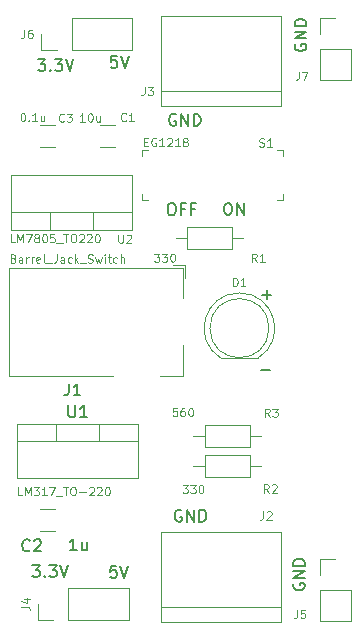
<source format=gto>
%TF.GenerationSoftware,KiCad,Pcbnew,7.0.5-0*%
%TF.CreationDate,2023-07-08T23:53:13+02:00*%
%TF.ProjectId,Breadboard Power Supply,42726561-6462-46f6-9172-6420506f7765,rev?*%
%TF.SameCoordinates,Original*%
%TF.FileFunction,Legend,Top*%
%TF.FilePolarity,Positive*%
%FSLAX46Y46*%
G04 Gerber Fmt 4.6, Leading zero omitted, Abs format (unit mm)*
G04 Created by KiCad (PCBNEW 7.0.5-0) date 2023-07-08 23:53:13*
%MOMM*%
%LPD*%
G01*
G04 APERTURE LIST*
%ADD10C,0.150000*%
%ADD11C,0.050000*%
%ADD12C,0.120000*%
%ADD13C,0.100000*%
G04 APERTURE END LIST*
D10*
X138127255Y-86944819D02*
X138317731Y-86944819D01*
X138317731Y-86944819D02*
X138412969Y-86992438D01*
X138412969Y-86992438D02*
X138508207Y-87087676D01*
X138508207Y-87087676D02*
X138555826Y-87278152D01*
X138555826Y-87278152D02*
X138555826Y-87611485D01*
X138555826Y-87611485D02*
X138508207Y-87801961D01*
X138508207Y-87801961D02*
X138412969Y-87897200D01*
X138412969Y-87897200D02*
X138317731Y-87944819D01*
X138317731Y-87944819D02*
X138127255Y-87944819D01*
X138127255Y-87944819D02*
X138032017Y-87897200D01*
X138032017Y-87897200D02*
X137936779Y-87801961D01*
X137936779Y-87801961D02*
X137889160Y-87611485D01*
X137889160Y-87611485D02*
X137889160Y-87278152D01*
X137889160Y-87278152D02*
X137936779Y-87087676D01*
X137936779Y-87087676D02*
X138032017Y-86992438D01*
X138032017Y-86992438D02*
X138127255Y-86944819D01*
X138984398Y-87944819D02*
X138984398Y-86944819D01*
X138984398Y-86944819D02*
X139555826Y-87944819D01*
X139555826Y-87944819D02*
X139555826Y-86944819D01*
X133352255Y-86969819D02*
X133542731Y-86969819D01*
X133542731Y-86969819D02*
X133637969Y-87017438D01*
X133637969Y-87017438D02*
X133733207Y-87112676D01*
X133733207Y-87112676D02*
X133780826Y-87303152D01*
X133780826Y-87303152D02*
X133780826Y-87636485D01*
X133780826Y-87636485D02*
X133733207Y-87826961D01*
X133733207Y-87826961D02*
X133637969Y-87922200D01*
X133637969Y-87922200D02*
X133542731Y-87969819D01*
X133542731Y-87969819D02*
X133352255Y-87969819D01*
X133352255Y-87969819D02*
X133257017Y-87922200D01*
X133257017Y-87922200D02*
X133161779Y-87826961D01*
X133161779Y-87826961D02*
X133114160Y-87636485D01*
X133114160Y-87636485D02*
X133114160Y-87303152D01*
X133114160Y-87303152D02*
X133161779Y-87112676D01*
X133161779Y-87112676D02*
X133257017Y-87017438D01*
X133257017Y-87017438D02*
X133352255Y-86969819D01*
X134542731Y-87446009D02*
X134209398Y-87446009D01*
X134209398Y-87969819D02*
X134209398Y-86969819D01*
X134209398Y-86969819D02*
X134685588Y-86969819D01*
X135399874Y-87446009D02*
X135066541Y-87446009D01*
X135066541Y-87969819D02*
X135066541Y-86969819D01*
X135066541Y-86969819D02*
X135542731Y-86969819D01*
X141036779Y-101088866D02*
X141798684Y-101088866D01*
X141136779Y-94713866D02*
X141898684Y-94713866D01*
X141517731Y-95094819D02*
X141517731Y-94332914D01*
X121666541Y-117594819D02*
X122285588Y-117594819D01*
X122285588Y-117594819D02*
X121952255Y-117975771D01*
X121952255Y-117975771D02*
X122095112Y-117975771D01*
X122095112Y-117975771D02*
X122190350Y-118023390D01*
X122190350Y-118023390D02*
X122237969Y-118071009D01*
X122237969Y-118071009D02*
X122285588Y-118166247D01*
X122285588Y-118166247D02*
X122285588Y-118404342D01*
X122285588Y-118404342D02*
X122237969Y-118499580D01*
X122237969Y-118499580D02*
X122190350Y-118547200D01*
X122190350Y-118547200D02*
X122095112Y-118594819D01*
X122095112Y-118594819D02*
X121809398Y-118594819D01*
X121809398Y-118594819D02*
X121714160Y-118547200D01*
X121714160Y-118547200D02*
X121666541Y-118499580D01*
X122714160Y-118499580D02*
X122761779Y-118547200D01*
X122761779Y-118547200D02*
X122714160Y-118594819D01*
X122714160Y-118594819D02*
X122666541Y-118547200D01*
X122666541Y-118547200D02*
X122714160Y-118499580D01*
X122714160Y-118499580D02*
X122714160Y-118594819D01*
X123095112Y-117594819D02*
X123714159Y-117594819D01*
X123714159Y-117594819D02*
X123380826Y-117975771D01*
X123380826Y-117975771D02*
X123523683Y-117975771D01*
X123523683Y-117975771D02*
X123618921Y-118023390D01*
X123618921Y-118023390D02*
X123666540Y-118071009D01*
X123666540Y-118071009D02*
X123714159Y-118166247D01*
X123714159Y-118166247D02*
X123714159Y-118404342D01*
X123714159Y-118404342D02*
X123666540Y-118499580D01*
X123666540Y-118499580D02*
X123618921Y-118547200D01*
X123618921Y-118547200D02*
X123523683Y-118594819D01*
X123523683Y-118594819D02*
X123237969Y-118594819D01*
X123237969Y-118594819D02*
X123142731Y-118547200D01*
X123142731Y-118547200D02*
X123095112Y-118499580D01*
X123999874Y-117594819D02*
X124333207Y-118594819D01*
X124333207Y-118594819D02*
X124666540Y-117594819D01*
X122141541Y-74769819D02*
X122760588Y-74769819D01*
X122760588Y-74769819D02*
X122427255Y-75150771D01*
X122427255Y-75150771D02*
X122570112Y-75150771D01*
X122570112Y-75150771D02*
X122665350Y-75198390D01*
X122665350Y-75198390D02*
X122712969Y-75246009D01*
X122712969Y-75246009D02*
X122760588Y-75341247D01*
X122760588Y-75341247D02*
X122760588Y-75579342D01*
X122760588Y-75579342D02*
X122712969Y-75674580D01*
X122712969Y-75674580D02*
X122665350Y-75722200D01*
X122665350Y-75722200D02*
X122570112Y-75769819D01*
X122570112Y-75769819D02*
X122284398Y-75769819D01*
X122284398Y-75769819D02*
X122189160Y-75722200D01*
X122189160Y-75722200D02*
X122141541Y-75674580D01*
X123189160Y-75674580D02*
X123236779Y-75722200D01*
X123236779Y-75722200D02*
X123189160Y-75769819D01*
X123189160Y-75769819D02*
X123141541Y-75722200D01*
X123141541Y-75722200D02*
X123189160Y-75674580D01*
X123189160Y-75674580D02*
X123189160Y-75769819D01*
X123570112Y-74769819D02*
X124189159Y-74769819D01*
X124189159Y-74769819D02*
X123855826Y-75150771D01*
X123855826Y-75150771D02*
X123998683Y-75150771D01*
X123998683Y-75150771D02*
X124093921Y-75198390D01*
X124093921Y-75198390D02*
X124141540Y-75246009D01*
X124141540Y-75246009D02*
X124189159Y-75341247D01*
X124189159Y-75341247D02*
X124189159Y-75579342D01*
X124189159Y-75579342D02*
X124141540Y-75674580D01*
X124141540Y-75674580D02*
X124093921Y-75722200D01*
X124093921Y-75722200D02*
X123998683Y-75769819D01*
X123998683Y-75769819D02*
X123712969Y-75769819D01*
X123712969Y-75769819D02*
X123617731Y-75722200D01*
X123617731Y-75722200D02*
X123570112Y-75674580D01*
X124474874Y-74769819D02*
X124808207Y-75769819D01*
X124808207Y-75769819D02*
X125141540Y-74769819D01*
X128812969Y-74494819D02*
X128336779Y-74494819D01*
X128336779Y-74494819D02*
X128289160Y-74971009D01*
X128289160Y-74971009D02*
X128336779Y-74923390D01*
X128336779Y-74923390D02*
X128432017Y-74875771D01*
X128432017Y-74875771D02*
X128670112Y-74875771D01*
X128670112Y-74875771D02*
X128765350Y-74923390D01*
X128765350Y-74923390D02*
X128812969Y-74971009D01*
X128812969Y-74971009D02*
X128860588Y-75066247D01*
X128860588Y-75066247D02*
X128860588Y-75304342D01*
X128860588Y-75304342D02*
X128812969Y-75399580D01*
X128812969Y-75399580D02*
X128765350Y-75447200D01*
X128765350Y-75447200D02*
X128670112Y-75494819D01*
X128670112Y-75494819D02*
X128432017Y-75494819D01*
X128432017Y-75494819D02*
X128336779Y-75447200D01*
X128336779Y-75447200D02*
X128289160Y-75399580D01*
X129146303Y-74494819D02*
X129479636Y-75494819D01*
X129479636Y-75494819D02*
X129812969Y-74494819D01*
X128762969Y-117669819D02*
X128286779Y-117669819D01*
X128286779Y-117669819D02*
X128239160Y-118146009D01*
X128239160Y-118146009D02*
X128286779Y-118098390D01*
X128286779Y-118098390D02*
X128382017Y-118050771D01*
X128382017Y-118050771D02*
X128620112Y-118050771D01*
X128620112Y-118050771D02*
X128715350Y-118098390D01*
X128715350Y-118098390D02*
X128762969Y-118146009D01*
X128762969Y-118146009D02*
X128810588Y-118241247D01*
X128810588Y-118241247D02*
X128810588Y-118479342D01*
X128810588Y-118479342D02*
X128762969Y-118574580D01*
X128762969Y-118574580D02*
X128715350Y-118622200D01*
X128715350Y-118622200D02*
X128620112Y-118669819D01*
X128620112Y-118669819D02*
X128382017Y-118669819D01*
X128382017Y-118669819D02*
X128286779Y-118622200D01*
X128286779Y-118622200D02*
X128239160Y-118574580D01*
X129096303Y-117669819D02*
X129429636Y-118669819D01*
X129429636Y-118669819D02*
X129762969Y-117669819D01*
X143792438Y-119164411D02*
X143744819Y-119259649D01*
X143744819Y-119259649D02*
X143744819Y-119402506D01*
X143744819Y-119402506D02*
X143792438Y-119545363D01*
X143792438Y-119545363D02*
X143887676Y-119640601D01*
X143887676Y-119640601D02*
X143982914Y-119688220D01*
X143982914Y-119688220D02*
X144173390Y-119735839D01*
X144173390Y-119735839D02*
X144316247Y-119735839D01*
X144316247Y-119735839D02*
X144506723Y-119688220D01*
X144506723Y-119688220D02*
X144601961Y-119640601D01*
X144601961Y-119640601D02*
X144697200Y-119545363D01*
X144697200Y-119545363D02*
X144744819Y-119402506D01*
X144744819Y-119402506D02*
X144744819Y-119307268D01*
X144744819Y-119307268D02*
X144697200Y-119164411D01*
X144697200Y-119164411D02*
X144649580Y-119116792D01*
X144649580Y-119116792D02*
X144316247Y-119116792D01*
X144316247Y-119116792D02*
X144316247Y-119307268D01*
X144744819Y-118688220D02*
X143744819Y-118688220D01*
X143744819Y-118688220D02*
X144744819Y-118116792D01*
X144744819Y-118116792D02*
X143744819Y-118116792D01*
X144744819Y-117640601D02*
X143744819Y-117640601D01*
X143744819Y-117640601D02*
X143744819Y-117402506D01*
X143744819Y-117402506D02*
X143792438Y-117259649D01*
X143792438Y-117259649D02*
X143887676Y-117164411D01*
X143887676Y-117164411D02*
X143982914Y-117116792D01*
X143982914Y-117116792D02*
X144173390Y-117069173D01*
X144173390Y-117069173D02*
X144316247Y-117069173D01*
X144316247Y-117069173D02*
X144506723Y-117116792D01*
X144506723Y-117116792D02*
X144601961Y-117164411D01*
X144601961Y-117164411D02*
X144697200Y-117259649D01*
X144697200Y-117259649D02*
X144744819Y-117402506D01*
X144744819Y-117402506D02*
X144744819Y-117640601D01*
X134285588Y-112967438D02*
X134190350Y-112919819D01*
X134190350Y-112919819D02*
X134047493Y-112919819D01*
X134047493Y-112919819D02*
X133904636Y-112967438D01*
X133904636Y-112967438D02*
X133809398Y-113062676D01*
X133809398Y-113062676D02*
X133761779Y-113157914D01*
X133761779Y-113157914D02*
X133714160Y-113348390D01*
X133714160Y-113348390D02*
X133714160Y-113491247D01*
X133714160Y-113491247D02*
X133761779Y-113681723D01*
X133761779Y-113681723D02*
X133809398Y-113776961D01*
X133809398Y-113776961D02*
X133904636Y-113872200D01*
X133904636Y-113872200D02*
X134047493Y-113919819D01*
X134047493Y-113919819D02*
X134142731Y-113919819D01*
X134142731Y-113919819D02*
X134285588Y-113872200D01*
X134285588Y-113872200D02*
X134333207Y-113824580D01*
X134333207Y-113824580D02*
X134333207Y-113491247D01*
X134333207Y-113491247D02*
X134142731Y-113491247D01*
X134761779Y-113919819D02*
X134761779Y-112919819D01*
X134761779Y-112919819D02*
X135333207Y-113919819D01*
X135333207Y-113919819D02*
X135333207Y-112919819D01*
X135809398Y-113919819D02*
X135809398Y-112919819D01*
X135809398Y-112919819D02*
X136047493Y-112919819D01*
X136047493Y-112919819D02*
X136190350Y-112967438D01*
X136190350Y-112967438D02*
X136285588Y-113062676D01*
X136285588Y-113062676D02*
X136333207Y-113157914D01*
X136333207Y-113157914D02*
X136380826Y-113348390D01*
X136380826Y-113348390D02*
X136380826Y-113491247D01*
X136380826Y-113491247D02*
X136333207Y-113681723D01*
X136333207Y-113681723D02*
X136285588Y-113776961D01*
X136285588Y-113776961D02*
X136190350Y-113872200D01*
X136190350Y-113872200D02*
X136047493Y-113919819D01*
X136047493Y-113919819D02*
X135809398Y-113919819D01*
X143917438Y-73489411D02*
X143869819Y-73584649D01*
X143869819Y-73584649D02*
X143869819Y-73727506D01*
X143869819Y-73727506D02*
X143917438Y-73870363D01*
X143917438Y-73870363D02*
X144012676Y-73965601D01*
X144012676Y-73965601D02*
X144107914Y-74013220D01*
X144107914Y-74013220D02*
X144298390Y-74060839D01*
X144298390Y-74060839D02*
X144441247Y-74060839D01*
X144441247Y-74060839D02*
X144631723Y-74013220D01*
X144631723Y-74013220D02*
X144726961Y-73965601D01*
X144726961Y-73965601D02*
X144822200Y-73870363D01*
X144822200Y-73870363D02*
X144869819Y-73727506D01*
X144869819Y-73727506D02*
X144869819Y-73632268D01*
X144869819Y-73632268D02*
X144822200Y-73489411D01*
X144822200Y-73489411D02*
X144774580Y-73441792D01*
X144774580Y-73441792D02*
X144441247Y-73441792D01*
X144441247Y-73441792D02*
X144441247Y-73632268D01*
X144869819Y-73013220D02*
X143869819Y-73013220D01*
X143869819Y-73013220D02*
X144869819Y-72441792D01*
X144869819Y-72441792D02*
X143869819Y-72441792D01*
X144869819Y-71965601D02*
X143869819Y-71965601D01*
X143869819Y-71965601D02*
X143869819Y-71727506D01*
X143869819Y-71727506D02*
X143917438Y-71584649D01*
X143917438Y-71584649D02*
X144012676Y-71489411D01*
X144012676Y-71489411D02*
X144107914Y-71441792D01*
X144107914Y-71441792D02*
X144298390Y-71394173D01*
X144298390Y-71394173D02*
X144441247Y-71394173D01*
X144441247Y-71394173D02*
X144631723Y-71441792D01*
X144631723Y-71441792D02*
X144726961Y-71489411D01*
X144726961Y-71489411D02*
X144822200Y-71584649D01*
X144822200Y-71584649D02*
X144869819Y-71727506D01*
X144869819Y-71727506D02*
X144869819Y-71965601D01*
X133810588Y-79442438D02*
X133715350Y-79394819D01*
X133715350Y-79394819D02*
X133572493Y-79394819D01*
X133572493Y-79394819D02*
X133429636Y-79442438D01*
X133429636Y-79442438D02*
X133334398Y-79537676D01*
X133334398Y-79537676D02*
X133286779Y-79632914D01*
X133286779Y-79632914D02*
X133239160Y-79823390D01*
X133239160Y-79823390D02*
X133239160Y-79966247D01*
X133239160Y-79966247D02*
X133286779Y-80156723D01*
X133286779Y-80156723D02*
X133334398Y-80251961D01*
X133334398Y-80251961D02*
X133429636Y-80347200D01*
X133429636Y-80347200D02*
X133572493Y-80394819D01*
X133572493Y-80394819D02*
X133667731Y-80394819D01*
X133667731Y-80394819D02*
X133810588Y-80347200D01*
X133810588Y-80347200D02*
X133858207Y-80299580D01*
X133858207Y-80299580D02*
X133858207Y-79966247D01*
X133858207Y-79966247D02*
X133667731Y-79966247D01*
X134286779Y-80394819D02*
X134286779Y-79394819D01*
X134286779Y-79394819D02*
X134858207Y-80394819D01*
X134858207Y-80394819D02*
X134858207Y-79394819D01*
X135334398Y-80394819D02*
X135334398Y-79394819D01*
X135334398Y-79394819D02*
X135572493Y-79394819D01*
X135572493Y-79394819D02*
X135715350Y-79442438D01*
X135715350Y-79442438D02*
X135810588Y-79537676D01*
X135810588Y-79537676D02*
X135858207Y-79632914D01*
X135858207Y-79632914D02*
X135905826Y-79823390D01*
X135905826Y-79823390D02*
X135905826Y-79966247D01*
X135905826Y-79966247D02*
X135858207Y-80156723D01*
X135858207Y-80156723D02*
X135810588Y-80251961D01*
X135810588Y-80251961D02*
X135715350Y-80347200D01*
X135715350Y-80347200D02*
X135572493Y-80394819D01*
X135572493Y-80394819D02*
X135334398Y-80394819D01*
D11*
%TO.C,U2*%
X128941666Y-89621233D02*
X128941666Y-90187900D01*
X128941666Y-90187900D02*
X128975000Y-90254566D01*
X128975000Y-90254566D02*
X129008333Y-90287900D01*
X129008333Y-90287900D02*
X129075000Y-90321233D01*
X129075000Y-90321233D02*
X129208333Y-90321233D01*
X129208333Y-90321233D02*
X129275000Y-90287900D01*
X129275000Y-90287900D02*
X129308333Y-90254566D01*
X129308333Y-90254566D02*
X129341666Y-90187900D01*
X129341666Y-90187900D02*
X129341666Y-89621233D01*
X129641666Y-89687900D02*
X129674999Y-89654566D01*
X129674999Y-89654566D02*
X129741666Y-89621233D01*
X129741666Y-89621233D02*
X129908333Y-89621233D01*
X129908333Y-89621233D02*
X129974999Y-89654566D01*
X129974999Y-89654566D02*
X130008333Y-89687900D01*
X130008333Y-89687900D02*
X130041666Y-89754566D01*
X130041666Y-89754566D02*
X130041666Y-89821233D01*
X130041666Y-89821233D02*
X130008333Y-89921233D01*
X130008333Y-89921233D02*
X129608333Y-90321233D01*
X129608333Y-90321233D02*
X130041666Y-90321233D01*
X120158333Y-90271233D02*
X119824999Y-90271233D01*
X119824999Y-90271233D02*
X119824999Y-89571233D01*
X120391666Y-90271233D02*
X120391666Y-89571233D01*
X120391666Y-89571233D02*
X120625000Y-90071233D01*
X120625000Y-90071233D02*
X120858333Y-89571233D01*
X120858333Y-89571233D02*
X120858333Y-90271233D01*
X121125000Y-89571233D02*
X121591666Y-89571233D01*
X121591666Y-89571233D02*
X121291666Y-90271233D01*
X121958333Y-89871233D02*
X121891667Y-89837900D01*
X121891667Y-89837900D02*
X121858333Y-89804566D01*
X121858333Y-89804566D02*
X121825000Y-89737900D01*
X121825000Y-89737900D02*
X121825000Y-89704566D01*
X121825000Y-89704566D02*
X121858333Y-89637900D01*
X121858333Y-89637900D02*
X121891667Y-89604566D01*
X121891667Y-89604566D02*
X121958333Y-89571233D01*
X121958333Y-89571233D02*
X122091667Y-89571233D01*
X122091667Y-89571233D02*
X122158333Y-89604566D01*
X122158333Y-89604566D02*
X122191667Y-89637900D01*
X122191667Y-89637900D02*
X122225000Y-89704566D01*
X122225000Y-89704566D02*
X122225000Y-89737900D01*
X122225000Y-89737900D02*
X122191667Y-89804566D01*
X122191667Y-89804566D02*
X122158333Y-89837900D01*
X122158333Y-89837900D02*
X122091667Y-89871233D01*
X122091667Y-89871233D02*
X121958333Y-89871233D01*
X121958333Y-89871233D02*
X121891667Y-89904566D01*
X121891667Y-89904566D02*
X121858333Y-89937900D01*
X121858333Y-89937900D02*
X121825000Y-90004566D01*
X121825000Y-90004566D02*
X121825000Y-90137900D01*
X121825000Y-90137900D02*
X121858333Y-90204566D01*
X121858333Y-90204566D02*
X121891667Y-90237900D01*
X121891667Y-90237900D02*
X121958333Y-90271233D01*
X121958333Y-90271233D02*
X122091667Y-90271233D01*
X122091667Y-90271233D02*
X122158333Y-90237900D01*
X122158333Y-90237900D02*
X122191667Y-90204566D01*
X122191667Y-90204566D02*
X122225000Y-90137900D01*
X122225000Y-90137900D02*
X122225000Y-90004566D01*
X122225000Y-90004566D02*
X122191667Y-89937900D01*
X122191667Y-89937900D02*
X122158333Y-89904566D01*
X122158333Y-89904566D02*
X122091667Y-89871233D01*
X122658334Y-89571233D02*
X122725000Y-89571233D01*
X122725000Y-89571233D02*
X122791667Y-89604566D01*
X122791667Y-89604566D02*
X122825000Y-89637900D01*
X122825000Y-89637900D02*
X122858334Y-89704566D01*
X122858334Y-89704566D02*
X122891667Y-89837900D01*
X122891667Y-89837900D02*
X122891667Y-90004566D01*
X122891667Y-90004566D02*
X122858334Y-90137900D01*
X122858334Y-90137900D02*
X122825000Y-90204566D01*
X122825000Y-90204566D02*
X122791667Y-90237900D01*
X122791667Y-90237900D02*
X122725000Y-90271233D01*
X122725000Y-90271233D02*
X122658334Y-90271233D01*
X122658334Y-90271233D02*
X122591667Y-90237900D01*
X122591667Y-90237900D02*
X122558334Y-90204566D01*
X122558334Y-90204566D02*
X122525000Y-90137900D01*
X122525000Y-90137900D02*
X122491667Y-90004566D01*
X122491667Y-90004566D02*
X122491667Y-89837900D01*
X122491667Y-89837900D02*
X122525000Y-89704566D01*
X122525000Y-89704566D02*
X122558334Y-89637900D01*
X122558334Y-89637900D02*
X122591667Y-89604566D01*
X122591667Y-89604566D02*
X122658334Y-89571233D01*
X123525001Y-89571233D02*
X123191667Y-89571233D01*
X123191667Y-89571233D02*
X123158334Y-89904566D01*
X123158334Y-89904566D02*
X123191667Y-89871233D01*
X123191667Y-89871233D02*
X123258334Y-89837900D01*
X123258334Y-89837900D02*
X123425001Y-89837900D01*
X123425001Y-89837900D02*
X123491667Y-89871233D01*
X123491667Y-89871233D02*
X123525001Y-89904566D01*
X123525001Y-89904566D02*
X123558334Y-89971233D01*
X123558334Y-89971233D02*
X123558334Y-90137900D01*
X123558334Y-90137900D02*
X123525001Y-90204566D01*
X123525001Y-90204566D02*
X123491667Y-90237900D01*
X123491667Y-90237900D02*
X123425001Y-90271233D01*
X123425001Y-90271233D02*
X123258334Y-90271233D01*
X123258334Y-90271233D02*
X123191667Y-90237900D01*
X123191667Y-90237900D02*
X123158334Y-90204566D01*
X123691668Y-90337900D02*
X124225001Y-90337900D01*
X124291667Y-89571233D02*
X124691667Y-89571233D01*
X124491667Y-90271233D02*
X124491667Y-89571233D01*
X125058334Y-89571233D02*
X125191667Y-89571233D01*
X125191667Y-89571233D02*
X125258334Y-89604566D01*
X125258334Y-89604566D02*
X125325000Y-89671233D01*
X125325000Y-89671233D02*
X125358334Y-89804566D01*
X125358334Y-89804566D02*
X125358334Y-90037900D01*
X125358334Y-90037900D02*
X125325000Y-90171233D01*
X125325000Y-90171233D02*
X125258334Y-90237900D01*
X125258334Y-90237900D02*
X125191667Y-90271233D01*
X125191667Y-90271233D02*
X125058334Y-90271233D01*
X125058334Y-90271233D02*
X124991667Y-90237900D01*
X124991667Y-90237900D02*
X124925000Y-90171233D01*
X124925000Y-90171233D02*
X124891667Y-90037900D01*
X124891667Y-90037900D02*
X124891667Y-89804566D01*
X124891667Y-89804566D02*
X124925000Y-89671233D01*
X124925000Y-89671233D02*
X124991667Y-89604566D01*
X124991667Y-89604566D02*
X125058334Y-89571233D01*
X125625000Y-89637900D02*
X125658333Y-89604566D01*
X125658333Y-89604566D02*
X125725000Y-89571233D01*
X125725000Y-89571233D02*
X125891667Y-89571233D01*
X125891667Y-89571233D02*
X125958333Y-89604566D01*
X125958333Y-89604566D02*
X125991667Y-89637900D01*
X125991667Y-89637900D02*
X126025000Y-89704566D01*
X126025000Y-89704566D02*
X126025000Y-89771233D01*
X126025000Y-89771233D02*
X125991667Y-89871233D01*
X125991667Y-89871233D02*
X125591667Y-90271233D01*
X125591667Y-90271233D02*
X126025000Y-90271233D01*
X126291667Y-89637900D02*
X126325000Y-89604566D01*
X126325000Y-89604566D02*
X126391667Y-89571233D01*
X126391667Y-89571233D02*
X126558334Y-89571233D01*
X126558334Y-89571233D02*
X126625000Y-89604566D01*
X126625000Y-89604566D02*
X126658334Y-89637900D01*
X126658334Y-89637900D02*
X126691667Y-89704566D01*
X126691667Y-89704566D02*
X126691667Y-89771233D01*
X126691667Y-89771233D02*
X126658334Y-89871233D01*
X126658334Y-89871233D02*
X126258334Y-90271233D01*
X126258334Y-90271233D02*
X126691667Y-90271233D01*
X127125001Y-89571233D02*
X127191667Y-89571233D01*
X127191667Y-89571233D02*
X127258334Y-89604566D01*
X127258334Y-89604566D02*
X127291667Y-89637900D01*
X127291667Y-89637900D02*
X127325001Y-89704566D01*
X127325001Y-89704566D02*
X127358334Y-89837900D01*
X127358334Y-89837900D02*
X127358334Y-90004566D01*
X127358334Y-90004566D02*
X127325001Y-90137900D01*
X127325001Y-90137900D02*
X127291667Y-90204566D01*
X127291667Y-90204566D02*
X127258334Y-90237900D01*
X127258334Y-90237900D02*
X127191667Y-90271233D01*
X127191667Y-90271233D02*
X127125001Y-90271233D01*
X127125001Y-90271233D02*
X127058334Y-90237900D01*
X127058334Y-90237900D02*
X127025001Y-90204566D01*
X127025001Y-90204566D02*
X126991667Y-90137900D01*
X126991667Y-90137900D02*
X126958334Y-90004566D01*
X126958334Y-90004566D02*
X126958334Y-89837900D01*
X126958334Y-89837900D02*
X126991667Y-89704566D01*
X126991667Y-89704566D02*
X127025001Y-89637900D01*
X127025001Y-89637900D02*
X127058334Y-89604566D01*
X127058334Y-89604566D02*
X127125001Y-89571233D01*
D10*
%TO.C,U1*%
X124714095Y-104079819D02*
X124714095Y-104889342D01*
X124714095Y-104889342D02*
X124761714Y-104984580D01*
X124761714Y-104984580D02*
X124809333Y-105032200D01*
X124809333Y-105032200D02*
X124904571Y-105079819D01*
X124904571Y-105079819D02*
X125095047Y-105079819D01*
X125095047Y-105079819D02*
X125190285Y-105032200D01*
X125190285Y-105032200D02*
X125237904Y-104984580D01*
X125237904Y-104984580D02*
X125285523Y-104889342D01*
X125285523Y-104889342D02*
X125285523Y-104079819D01*
X126285523Y-105079819D02*
X125714095Y-105079819D01*
X125999809Y-105079819D02*
X125999809Y-104079819D01*
X125999809Y-104079819D02*
X125904571Y-104222676D01*
X125904571Y-104222676D02*
X125809333Y-104317914D01*
X125809333Y-104317914D02*
X125714095Y-104365533D01*
D11*
X120808333Y-111696233D02*
X120474999Y-111696233D01*
X120474999Y-111696233D02*
X120474999Y-110996233D01*
X121041666Y-111696233D02*
X121041666Y-110996233D01*
X121041666Y-110996233D02*
X121275000Y-111496233D01*
X121275000Y-111496233D02*
X121508333Y-110996233D01*
X121508333Y-110996233D02*
X121508333Y-111696233D01*
X121775000Y-110996233D02*
X122208333Y-110996233D01*
X122208333Y-110996233D02*
X121975000Y-111262900D01*
X121975000Y-111262900D02*
X122075000Y-111262900D01*
X122075000Y-111262900D02*
X122141666Y-111296233D01*
X122141666Y-111296233D02*
X122175000Y-111329566D01*
X122175000Y-111329566D02*
X122208333Y-111396233D01*
X122208333Y-111396233D02*
X122208333Y-111562900D01*
X122208333Y-111562900D02*
X122175000Y-111629566D01*
X122175000Y-111629566D02*
X122141666Y-111662900D01*
X122141666Y-111662900D02*
X122075000Y-111696233D01*
X122075000Y-111696233D02*
X121875000Y-111696233D01*
X121875000Y-111696233D02*
X121808333Y-111662900D01*
X121808333Y-111662900D02*
X121775000Y-111629566D01*
X122875000Y-111696233D02*
X122475000Y-111696233D01*
X122675000Y-111696233D02*
X122675000Y-110996233D01*
X122675000Y-110996233D02*
X122608333Y-111096233D01*
X122608333Y-111096233D02*
X122541667Y-111162900D01*
X122541667Y-111162900D02*
X122475000Y-111196233D01*
X123108334Y-110996233D02*
X123575000Y-110996233D01*
X123575000Y-110996233D02*
X123275000Y-111696233D01*
X123675001Y-111762900D02*
X124208334Y-111762900D01*
X124275000Y-110996233D02*
X124675000Y-110996233D01*
X124475000Y-111696233D02*
X124475000Y-110996233D01*
X125041667Y-110996233D02*
X125175000Y-110996233D01*
X125175000Y-110996233D02*
X125241667Y-111029566D01*
X125241667Y-111029566D02*
X125308333Y-111096233D01*
X125308333Y-111096233D02*
X125341667Y-111229566D01*
X125341667Y-111229566D02*
X125341667Y-111462900D01*
X125341667Y-111462900D02*
X125308333Y-111596233D01*
X125308333Y-111596233D02*
X125241667Y-111662900D01*
X125241667Y-111662900D02*
X125175000Y-111696233D01*
X125175000Y-111696233D02*
X125041667Y-111696233D01*
X125041667Y-111696233D02*
X124975000Y-111662900D01*
X124975000Y-111662900D02*
X124908333Y-111596233D01*
X124908333Y-111596233D02*
X124875000Y-111462900D01*
X124875000Y-111462900D02*
X124875000Y-111229566D01*
X124875000Y-111229566D02*
X124908333Y-111096233D01*
X124908333Y-111096233D02*
X124975000Y-111029566D01*
X124975000Y-111029566D02*
X125041667Y-110996233D01*
X125641666Y-111429566D02*
X126175000Y-111429566D01*
X126475000Y-111062900D02*
X126508333Y-111029566D01*
X126508333Y-111029566D02*
X126575000Y-110996233D01*
X126575000Y-110996233D02*
X126741667Y-110996233D01*
X126741667Y-110996233D02*
X126808333Y-111029566D01*
X126808333Y-111029566D02*
X126841667Y-111062900D01*
X126841667Y-111062900D02*
X126875000Y-111129566D01*
X126875000Y-111129566D02*
X126875000Y-111196233D01*
X126875000Y-111196233D02*
X126841667Y-111296233D01*
X126841667Y-111296233D02*
X126441667Y-111696233D01*
X126441667Y-111696233D02*
X126875000Y-111696233D01*
X127141667Y-111062900D02*
X127175000Y-111029566D01*
X127175000Y-111029566D02*
X127241667Y-110996233D01*
X127241667Y-110996233D02*
X127408334Y-110996233D01*
X127408334Y-110996233D02*
X127475000Y-111029566D01*
X127475000Y-111029566D02*
X127508334Y-111062900D01*
X127508334Y-111062900D02*
X127541667Y-111129566D01*
X127541667Y-111129566D02*
X127541667Y-111196233D01*
X127541667Y-111196233D02*
X127508334Y-111296233D01*
X127508334Y-111296233D02*
X127108334Y-111696233D01*
X127108334Y-111696233D02*
X127541667Y-111696233D01*
X127975001Y-110996233D02*
X128041667Y-110996233D01*
X128041667Y-110996233D02*
X128108334Y-111029566D01*
X128108334Y-111029566D02*
X128141667Y-111062900D01*
X128141667Y-111062900D02*
X128175001Y-111129566D01*
X128175001Y-111129566D02*
X128208334Y-111262900D01*
X128208334Y-111262900D02*
X128208334Y-111429566D01*
X128208334Y-111429566D02*
X128175001Y-111562900D01*
X128175001Y-111562900D02*
X128141667Y-111629566D01*
X128141667Y-111629566D02*
X128108334Y-111662900D01*
X128108334Y-111662900D02*
X128041667Y-111696233D01*
X128041667Y-111696233D02*
X127975001Y-111696233D01*
X127975001Y-111696233D02*
X127908334Y-111662900D01*
X127908334Y-111662900D02*
X127875001Y-111629566D01*
X127875001Y-111629566D02*
X127841667Y-111562900D01*
X127841667Y-111562900D02*
X127808334Y-111429566D01*
X127808334Y-111429566D02*
X127808334Y-111262900D01*
X127808334Y-111262900D02*
X127841667Y-111129566D01*
X127841667Y-111129566D02*
X127875001Y-111062900D01*
X127875001Y-111062900D02*
X127908334Y-111029566D01*
X127908334Y-111029566D02*
X127975001Y-110996233D01*
%TO.C,S1*%
X140891666Y-82137900D02*
X140991666Y-82171233D01*
X140991666Y-82171233D02*
X141158333Y-82171233D01*
X141158333Y-82171233D02*
X141224999Y-82137900D01*
X141224999Y-82137900D02*
X141258333Y-82104566D01*
X141258333Y-82104566D02*
X141291666Y-82037900D01*
X141291666Y-82037900D02*
X141291666Y-81971233D01*
X141291666Y-81971233D02*
X141258333Y-81904566D01*
X141258333Y-81904566D02*
X141224999Y-81871233D01*
X141224999Y-81871233D02*
X141158333Y-81837900D01*
X141158333Y-81837900D02*
X141024999Y-81804566D01*
X141024999Y-81804566D02*
X140958333Y-81771233D01*
X140958333Y-81771233D02*
X140924999Y-81737900D01*
X140924999Y-81737900D02*
X140891666Y-81671233D01*
X140891666Y-81671233D02*
X140891666Y-81604566D01*
X140891666Y-81604566D02*
X140924999Y-81537900D01*
X140924999Y-81537900D02*
X140958333Y-81504566D01*
X140958333Y-81504566D02*
X141024999Y-81471233D01*
X141024999Y-81471233D02*
X141191666Y-81471233D01*
X141191666Y-81471233D02*
X141291666Y-81504566D01*
X141958333Y-82171233D02*
X141558333Y-82171233D01*
X141758333Y-82171233D02*
X141758333Y-81471233D01*
X141758333Y-81471233D02*
X141691666Y-81571233D01*
X141691666Y-81571233D02*
X141625000Y-81637900D01*
X141625000Y-81637900D02*
X141558333Y-81671233D01*
X131116666Y-81779566D02*
X131350000Y-81779566D01*
X131450000Y-82146233D02*
X131116666Y-82146233D01*
X131116666Y-82146233D02*
X131116666Y-81446233D01*
X131116666Y-81446233D02*
X131450000Y-81446233D01*
X132116666Y-81479566D02*
X132049999Y-81446233D01*
X132049999Y-81446233D02*
X131949999Y-81446233D01*
X131949999Y-81446233D02*
X131849999Y-81479566D01*
X131849999Y-81479566D02*
X131783333Y-81546233D01*
X131783333Y-81546233D02*
X131749999Y-81612900D01*
X131749999Y-81612900D02*
X131716666Y-81746233D01*
X131716666Y-81746233D02*
X131716666Y-81846233D01*
X131716666Y-81846233D02*
X131749999Y-81979566D01*
X131749999Y-81979566D02*
X131783333Y-82046233D01*
X131783333Y-82046233D02*
X131849999Y-82112900D01*
X131849999Y-82112900D02*
X131949999Y-82146233D01*
X131949999Y-82146233D02*
X132016666Y-82146233D01*
X132016666Y-82146233D02*
X132116666Y-82112900D01*
X132116666Y-82112900D02*
X132149999Y-82079566D01*
X132149999Y-82079566D02*
X132149999Y-81846233D01*
X132149999Y-81846233D02*
X132016666Y-81846233D01*
X132816666Y-82146233D02*
X132416666Y-82146233D01*
X132616666Y-82146233D02*
X132616666Y-81446233D01*
X132616666Y-81446233D02*
X132549999Y-81546233D01*
X132549999Y-81546233D02*
X132483333Y-81612900D01*
X132483333Y-81612900D02*
X132416666Y-81646233D01*
X133083333Y-81512900D02*
X133116666Y-81479566D01*
X133116666Y-81479566D02*
X133183333Y-81446233D01*
X133183333Y-81446233D02*
X133350000Y-81446233D01*
X133350000Y-81446233D02*
X133416666Y-81479566D01*
X133416666Y-81479566D02*
X133450000Y-81512900D01*
X133450000Y-81512900D02*
X133483333Y-81579566D01*
X133483333Y-81579566D02*
X133483333Y-81646233D01*
X133483333Y-81646233D02*
X133450000Y-81746233D01*
X133450000Y-81746233D02*
X133050000Y-82146233D01*
X133050000Y-82146233D02*
X133483333Y-82146233D01*
X134150000Y-82146233D02*
X133750000Y-82146233D01*
X133950000Y-82146233D02*
X133950000Y-81446233D01*
X133950000Y-81446233D02*
X133883333Y-81546233D01*
X133883333Y-81546233D02*
X133816667Y-81612900D01*
X133816667Y-81612900D02*
X133750000Y-81646233D01*
X134550000Y-81746233D02*
X134483334Y-81712900D01*
X134483334Y-81712900D02*
X134450000Y-81679566D01*
X134450000Y-81679566D02*
X134416667Y-81612900D01*
X134416667Y-81612900D02*
X134416667Y-81579566D01*
X134416667Y-81579566D02*
X134450000Y-81512900D01*
X134450000Y-81512900D02*
X134483334Y-81479566D01*
X134483334Y-81479566D02*
X134550000Y-81446233D01*
X134550000Y-81446233D02*
X134683334Y-81446233D01*
X134683334Y-81446233D02*
X134750000Y-81479566D01*
X134750000Y-81479566D02*
X134783334Y-81512900D01*
X134783334Y-81512900D02*
X134816667Y-81579566D01*
X134816667Y-81579566D02*
X134816667Y-81612900D01*
X134816667Y-81612900D02*
X134783334Y-81679566D01*
X134783334Y-81679566D02*
X134750000Y-81712900D01*
X134750000Y-81712900D02*
X134683334Y-81746233D01*
X134683334Y-81746233D02*
X134550000Y-81746233D01*
X134550000Y-81746233D02*
X134483334Y-81779566D01*
X134483334Y-81779566D02*
X134450000Y-81812900D01*
X134450000Y-81812900D02*
X134416667Y-81879566D01*
X134416667Y-81879566D02*
X134416667Y-82012900D01*
X134416667Y-82012900D02*
X134450000Y-82079566D01*
X134450000Y-82079566D02*
X134483334Y-82112900D01*
X134483334Y-82112900D02*
X134550000Y-82146233D01*
X134550000Y-82146233D02*
X134683334Y-82146233D01*
X134683334Y-82146233D02*
X134750000Y-82112900D01*
X134750000Y-82112900D02*
X134783334Y-82079566D01*
X134783334Y-82079566D02*
X134816667Y-82012900D01*
X134816667Y-82012900D02*
X134816667Y-81879566D01*
X134816667Y-81879566D02*
X134783334Y-81812900D01*
X134783334Y-81812900D02*
X134750000Y-81779566D01*
X134750000Y-81779566D02*
X134683334Y-81746233D01*
%TO.C,R3*%
X141758333Y-105046233D02*
X141525000Y-104712900D01*
X141358333Y-105046233D02*
X141358333Y-104346233D01*
X141358333Y-104346233D02*
X141625000Y-104346233D01*
X141625000Y-104346233D02*
X141691667Y-104379566D01*
X141691667Y-104379566D02*
X141725000Y-104412900D01*
X141725000Y-104412900D02*
X141758333Y-104479566D01*
X141758333Y-104479566D02*
X141758333Y-104579566D01*
X141758333Y-104579566D02*
X141725000Y-104646233D01*
X141725000Y-104646233D02*
X141691667Y-104679566D01*
X141691667Y-104679566D02*
X141625000Y-104712900D01*
X141625000Y-104712900D02*
X141358333Y-104712900D01*
X141991667Y-104346233D02*
X142425000Y-104346233D01*
X142425000Y-104346233D02*
X142191667Y-104612900D01*
X142191667Y-104612900D02*
X142291667Y-104612900D01*
X142291667Y-104612900D02*
X142358333Y-104646233D01*
X142358333Y-104646233D02*
X142391667Y-104679566D01*
X142391667Y-104679566D02*
X142425000Y-104746233D01*
X142425000Y-104746233D02*
X142425000Y-104912900D01*
X142425000Y-104912900D02*
X142391667Y-104979566D01*
X142391667Y-104979566D02*
X142358333Y-105012900D01*
X142358333Y-105012900D02*
X142291667Y-105046233D01*
X142291667Y-105046233D02*
X142091667Y-105046233D01*
X142091667Y-105046233D02*
X142025000Y-105012900D01*
X142025000Y-105012900D02*
X141991667Y-104979566D01*
X133900000Y-104296233D02*
X133566666Y-104296233D01*
X133566666Y-104296233D02*
X133533333Y-104629566D01*
X133533333Y-104629566D02*
X133566666Y-104596233D01*
X133566666Y-104596233D02*
X133633333Y-104562900D01*
X133633333Y-104562900D02*
X133800000Y-104562900D01*
X133800000Y-104562900D02*
X133866666Y-104596233D01*
X133866666Y-104596233D02*
X133900000Y-104629566D01*
X133900000Y-104629566D02*
X133933333Y-104696233D01*
X133933333Y-104696233D02*
X133933333Y-104862900D01*
X133933333Y-104862900D02*
X133900000Y-104929566D01*
X133900000Y-104929566D02*
X133866666Y-104962900D01*
X133866666Y-104962900D02*
X133800000Y-104996233D01*
X133800000Y-104996233D02*
X133633333Y-104996233D01*
X133633333Y-104996233D02*
X133566666Y-104962900D01*
X133566666Y-104962900D02*
X133533333Y-104929566D01*
X134533333Y-104296233D02*
X134400000Y-104296233D01*
X134400000Y-104296233D02*
X134333333Y-104329566D01*
X134333333Y-104329566D02*
X134300000Y-104362900D01*
X134300000Y-104362900D02*
X134233333Y-104462900D01*
X134233333Y-104462900D02*
X134200000Y-104596233D01*
X134200000Y-104596233D02*
X134200000Y-104862900D01*
X134200000Y-104862900D02*
X134233333Y-104929566D01*
X134233333Y-104929566D02*
X134266667Y-104962900D01*
X134266667Y-104962900D02*
X134333333Y-104996233D01*
X134333333Y-104996233D02*
X134466667Y-104996233D01*
X134466667Y-104996233D02*
X134533333Y-104962900D01*
X134533333Y-104962900D02*
X134566667Y-104929566D01*
X134566667Y-104929566D02*
X134600000Y-104862900D01*
X134600000Y-104862900D02*
X134600000Y-104696233D01*
X134600000Y-104696233D02*
X134566667Y-104629566D01*
X134566667Y-104629566D02*
X134533333Y-104596233D01*
X134533333Y-104596233D02*
X134466667Y-104562900D01*
X134466667Y-104562900D02*
X134333333Y-104562900D01*
X134333333Y-104562900D02*
X134266667Y-104596233D01*
X134266667Y-104596233D02*
X134233333Y-104629566D01*
X134233333Y-104629566D02*
X134200000Y-104696233D01*
X135033334Y-104296233D02*
X135100000Y-104296233D01*
X135100000Y-104296233D02*
X135166667Y-104329566D01*
X135166667Y-104329566D02*
X135200000Y-104362900D01*
X135200000Y-104362900D02*
X135233334Y-104429566D01*
X135233334Y-104429566D02*
X135266667Y-104562900D01*
X135266667Y-104562900D02*
X135266667Y-104729566D01*
X135266667Y-104729566D02*
X135233334Y-104862900D01*
X135233334Y-104862900D02*
X135200000Y-104929566D01*
X135200000Y-104929566D02*
X135166667Y-104962900D01*
X135166667Y-104962900D02*
X135100000Y-104996233D01*
X135100000Y-104996233D02*
X135033334Y-104996233D01*
X135033334Y-104996233D02*
X134966667Y-104962900D01*
X134966667Y-104962900D02*
X134933334Y-104929566D01*
X134933334Y-104929566D02*
X134900000Y-104862900D01*
X134900000Y-104862900D02*
X134866667Y-104729566D01*
X134866667Y-104729566D02*
X134866667Y-104562900D01*
X134866667Y-104562900D02*
X134900000Y-104429566D01*
X134900000Y-104429566D02*
X134933334Y-104362900D01*
X134933334Y-104362900D02*
X134966667Y-104329566D01*
X134966667Y-104329566D02*
X135033334Y-104296233D01*
%TO.C,R2*%
X141683333Y-111471233D02*
X141450000Y-111137900D01*
X141283333Y-111471233D02*
X141283333Y-110771233D01*
X141283333Y-110771233D02*
X141550000Y-110771233D01*
X141550000Y-110771233D02*
X141616667Y-110804566D01*
X141616667Y-110804566D02*
X141650000Y-110837900D01*
X141650000Y-110837900D02*
X141683333Y-110904566D01*
X141683333Y-110904566D02*
X141683333Y-111004566D01*
X141683333Y-111004566D02*
X141650000Y-111071233D01*
X141650000Y-111071233D02*
X141616667Y-111104566D01*
X141616667Y-111104566D02*
X141550000Y-111137900D01*
X141550000Y-111137900D02*
X141283333Y-111137900D01*
X141950000Y-110837900D02*
X141983333Y-110804566D01*
X141983333Y-110804566D02*
X142050000Y-110771233D01*
X142050000Y-110771233D02*
X142216667Y-110771233D01*
X142216667Y-110771233D02*
X142283333Y-110804566D01*
X142283333Y-110804566D02*
X142316667Y-110837900D01*
X142316667Y-110837900D02*
X142350000Y-110904566D01*
X142350000Y-110904566D02*
X142350000Y-110971233D01*
X142350000Y-110971233D02*
X142316667Y-111071233D01*
X142316667Y-111071233D02*
X141916667Y-111471233D01*
X141916667Y-111471233D02*
X142350000Y-111471233D01*
X134375000Y-110821233D02*
X134808333Y-110821233D01*
X134808333Y-110821233D02*
X134575000Y-111087900D01*
X134575000Y-111087900D02*
X134675000Y-111087900D01*
X134675000Y-111087900D02*
X134741666Y-111121233D01*
X134741666Y-111121233D02*
X134775000Y-111154566D01*
X134775000Y-111154566D02*
X134808333Y-111221233D01*
X134808333Y-111221233D02*
X134808333Y-111387900D01*
X134808333Y-111387900D02*
X134775000Y-111454566D01*
X134775000Y-111454566D02*
X134741666Y-111487900D01*
X134741666Y-111487900D02*
X134675000Y-111521233D01*
X134675000Y-111521233D02*
X134475000Y-111521233D01*
X134475000Y-111521233D02*
X134408333Y-111487900D01*
X134408333Y-111487900D02*
X134375000Y-111454566D01*
X135041667Y-110821233D02*
X135475000Y-110821233D01*
X135475000Y-110821233D02*
X135241667Y-111087900D01*
X135241667Y-111087900D02*
X135341667Y-111087900D01*
X135341667Y-111087900D02*
X135408333Y-111121233D01*
X135408333Y-111121233D02*
X135441667Y-111154566D01*
X135441667Y-111154566D02*
X135475000Y-111221233D01*
X135475000Y-111221233D02*
X135475000Y-111387900D01*
X135475000Y-111387900D02*
X135441667Y-111454566D01*
X135441667Y-111454566D02*
X135408333Y-111487900D01*
X135408333Y-111487900D02*
X135341667Y-111521233D01*
X135341667Y-111521233D02*
X135141667Y-111521233D01*
X135141667Y-111521233D02*
X135075000Y-111487900D01*
X135075000Y-111487900D02*
X135041667Y-111454566D01*
X135908334Y-110821233D02*
X135975000Y-110821233D01*
X135975000Y-110821233D02*
X136041667Y-110854566D01*
X136041667Y-110854566D02*
X136075000Y-110887900D01*
X136075000Y-110887900D02*
X136108334Y-110954566D01*
X136108334Y-110954566D02*
X136141667Y-111087900D01*
X136141667Y-111087900D02*
X136141667Y-111254566D01*
X136141667Y-111254566D02*
X136108334Y-111387900D01*
X136108334Y-111387900D02*
X136075000Y-111454566D01*
X136075000Y-111454566D02*
X136041667Y-111487900D01*
X136041667Y-111487900D02*
X135975000Y-111521233D01*
X135975000Y-111521233D02*
X135908334Y-111521233D01*
X135908334Y-111521233D02*
X135841667Y-111487900D01*
X135841667Y-111487900D02*
X135808334Y-111454566D01*
X135808334Y-111454566D02*
X135775000Y-111387900D01*
X135775000Y-111387900D02*
X135741667Y-111254566D01*
X135741667Y-111254566D02*
X135741667Y-111087900D01*
X135741667Y-111087900D02*
X135775000Y-110954566D01*
X135775000Y-110954566D02*
X135808334Y-110887900D01*
X135808334Y-110887900D02*
X135841667Y-110854566D01*
X135841667Y-110854566D02*
X135908334Y-110821233D01*
%TO.C,R1*%
X140658333Y-91921233D02*
X140425000Y-91587900D01*
X140258333Y-91921233D02*
X140258333Y-91221233D01*
X140258333Y-91221233D02*
X140525000Y-91221233D01*
X140525000Y-91221233D02*
X140591667Y-91254566D01*
X140591667Y-91254566D02*
X140625000Y-91287900D01*
X140625000Y-91287900D02*
X140658333Y-91354566D01*
X140658333Y-91354566D02*
X140658333Y-91454566D01*
X140658333Y-91454566D02*
X140625000Y-91521233D01*
X140625000Y-91521233D02*
X140591667Y-91554566D01*
X140591667Y-91554566D02*
X140525000Y-91587900D01*
X140525000Y-91587900D02*
X140258333Y-91587900D01*
X141325000Y-91921233D02*
X140925000Y-91921233D01*
X141125000Y-91921233D02*
X141125000Y-91221233D01*
X141125000Y-91221233D02*
X141058333Y-91321233D01*
X141058333Y-91321233D02*
X140991667Y-91387900D01*
X140991667Y-91387900D02*
X140925000Y-91421233D01*
X131975000Y-91221233D02*
X132408333Y-91221233D01*
X132408333Y-91221233D02*
X132175000Y-91487900D01*
X132175000Y-91487900D02*
X132275000Y-91487900D01*
X132275000Y-91487900D02*
X132341666Y-91521233D01*
X132341666Y-91521233D02*
X132375000Y-91554566D01*
X132375000Y-91554566D02*
X132408333Y-91621233D01*
X132408333Y-91621233D02*
X132408333Y-91787900D01*
X132408333Y-91787900D02*
X132375000Y-91854566D01*
X132375000Y-91854566D02*
X132341666Y-91887900D01*
X132341666Y-91887900D02*
X132275000Y-91921233D01*
X132275000Y-91921233D02*
X132075000Y-91921233D01*
X132075000Y-91921233D02*
X132008333Y-91887900D01*
X132008333Y-91887900D02*
X131975000Y-91854566D01*
X132641667Y-91221233D02*
X133075000Y-91221233D01*
X133075000Y-91221233D02*
X132841667Y-91487900D01*
X132841667Y-91487900D02*
X132941667Y-91487900D01*
X132941667Y-91487900D02*
X133008333Y-91521233D01*
X133008333Y-91521233D02*
X133041667Y-91554566D01*
X133041667Y-91554566D02*
X133075000Y-91621233D01*
X133075000Y-91621233D02*
X133075000Y-91787900D01*
X133075000Y-91787900D02*
X133041667Y-91854566D01*
X133041667Y-91854566D02*
X133008333Y-91887900D01*
X133008333Y-91887900D02*
X132941667Y-91921233D01*
X132941667Y-91921233D02*
X132741667Y-91921233D01*
X132741667Y-91921233D02*
X132675000Y-91887900D01*
X132675000Y-91887900D02*
X132641667Y-91854566D01*
X133508334Y-91221233D02*
X133575000Y-91221233D01*
X133575000Y-91221233D02*
X133641667Y-91254566D01*
X133641667Y-91254566D02*
X133675000Y-91287900D01*
X133675000Y-91287900D02*
X133708334Y-91354566D01*
X133708334Y-91354566D02*
X133741667Y-91487900D01*
X133741667Y-91487900D02*
X133741667Y-91654566D01*
X133741667Y-91654566D02*
X133708334Y-91787900D01*
X133708334Y-91787900D02*
X133675000Y-91854566D01*
X133675000Y-91854566D02*
X133641667Y-91887900D01*
X133641667Y-91887900D02*
X133575000Y-91921233D01*
X133575000Y-91921233D02*
X133508334Y-91921233D01*
X133508334Y-91921233D02*
X133441667Y-91887900D01*
X133441667Y-91887900D02*
X133408334Y-91854566D01*
X133408334Y-91854566D02*
X133375000Y-91787900D01*
X133375000Y-91787900D02*
X133341667Y-91654566D01*
X133341667Y-91654566D02*
X133341667Y-91487900D01*
X133341667Y-91487900D02*
X133375000Y-91354566D01*
X133375000Y-91354566D02*
X133408334Y-91287900D01*
X133408334Y-91287900D02*
X133441667Y-91254566D01*
X133441667Y-91254566D02*
X133508334Y-91221233D01*
%TO.C,J7*%
X144216666Y-75821233D02*
X144216666Y-76321233D01*
X144216666Y-76321233D02*
X144183333Y-76421233D01*
X144183333Y-76421233D02*
X144116666Y-76487900D01*
X144116666Y-76487900D02*
X144016666Y-76521233D01*
X144016666Y-76521233D02*
X143950000Y-76521233D01*
X144483333Y-75821233D02*
X144949999Y-75821233D01*
X144949999Y-75821233D02*
X144649999Y-76521233D01*
%TO.C,J6*%
X120991666Y-72271233D02*
X120991666Y-72771233D01*
X120991666Y-72771233D02*
X120958333Y-72871233D01*
X120958333Y-72871233D02*
X120891666Y-72937900D01*
X120891666Y-72937900D02*
X120791666Y-72971233D01*
X120791666Y-72971233D02*
X120725000Y-72971233D01*
X121624999Y-72271233D02*
X121491666Y-72271233D01*
X121491666Y-72271233D02*
X121424999Y-72304566D01*
X121424999Y-72304566D02*
X121391666Y-72337900D01*
X121391666Y-72337900D02*
X121324999Y-72437900D01*
X121324999Y-72437900D02*
X121291666Y-72571233D01*
X121291666Y-72571233D02*
X121291666Y-72837900D01*
X121291666Y-72837900D02*
X121324999Y-72904566D01*
X121324999Y-72904566D02*
X121358333Y-72937900D01*
X121358333Y-72937900D02*
X121424999Y-72971233D01*
X121424999Y-72971233D02*
X121558333Y-72971233D01*
X121558333Y-72971233D02*
X121624999Y-72937900D01*
X121624999Y-72937900D02*
X121658333Y-72904566D01*
X121658333Y-72904566D02*
X121691666Y-72837900D01*
X121691666Y-72837900D02*
X121691666Y-72671233D01*
X121691666Y-72671233D02*
X121658333Y-72604566D01*
X121658333Y-72604566D02*
X121624999Y-72571233D01*
X121624999Y-72571233D02*
X121558333Y-72537900D01*
X121558333Y-72537900D02*
X121424999Y-72537900D01*
X121424999Y-72537900D02*
X121358333Y-72571233D01*
X121358333Y-72571233D02*
X121324999Y-72604566D01*
X121324999Y-72604566D02*
X121291666Y-72671233D01*
%TO.C,J5*%
X144066666Y-121396233D02*
X144066666Y-121896233D01*
X144066666Y-121896233D02*
X144033333Y-121996233D01*
X144033333Y-121996233D02*
X143966666Y-122062900D01*
X143966666Y-122062900D02*
X143866666Y-122096233D01*
X143866666Y-122096233D02*
X143800000Y-122096233D01*
X144733333Y-121396233D02*
X144399999Y-121396233D01*
X144399999Y-121396233D02*
X144366666Y-121729566D01*
X144366666Y-121729566D02*
X144399999Y-121696233D01*
X144399999Y-121696233D02*
X144466666Y-121662900D01*
X144466666Y-121662900D02*
X144633333Y-121662900D01*
X144633333Y-121662900D02*
X144699999Y-121696233D01*
X144699999Y-121696233D02*
X144733333Y-121729566D01*
X144733333Y-121729566D02*
X144766666Y-121796233D01*
X144766666Y-121796233D02*
X144766666Y-121962900D01*
X144766666Y-121962900D02*
X144733333Y-122029566D01*
X144733333Y-122029566D02*
X144699999Y-122062900D01*
X144699999Y-122062900D02*
X144633333Y-122096233D01*
X144633333Y-122096233D02*
X144466666Y-122096233D01*
X144466666Y-122096233D02*
X144399999Y-122062900D01*
X144399999Y-122062900D02*
X144366666Y-122029566D01*
%TO.C,J4*%
X120735233Y-121137333D02*
X121235233Y-121137333D01*
X121235233Y-121137333D02*
X121335233Y-121170666D01*
X121335233Y-121170666D02*
X121401900Y-121237333D01*
X121401900Y-121237333D02*
X121435233Y-121337333D01*
X121435233Y-121337333D02*
X121435233Y-121404000D01*
X120968566Y-120504000D02*
X121435233Y-120504000D01*
X120701900Y-120670667D02*
X121201900Y-120837333D01*
X121201900Y-120837333D02*
X121201900Y-120404000D01*
%TO.C,J3*%
X131166666Y-77121233D02*
X131166666Y-77621233D01*
X131166666Y-77621233D02*
X131133333Y-77721233D01*
X131133333Y-77721233D02*
X131066666Y-77787900D01*
X131066666Y-77787900D02*
X130966666Y-77821233D01*
X130966666Y-77821233D02*
X130900000Y-77821233D01*
X131433333Y-77121233D02*
X131866666Y-77121233D01*
X131866666Y-77121233D02*
X131633333Y-77387900D01*
X131633333Y-77387900D02*
X131733333Y-77387900D01*
X131733333Y-77387900D02*
X131799999Y-77421233D01*
X131799999Y-77421233D02*
X131833333Y-77454566D01*
X131833333Y-77454566D02*
X131866666Y-77521233D01*
X131866666Y-77521233D02*
X131866666Y-77687900D01*
X131866666Y-77687900D02*
X131833333Y-77754566D01*
X131833333Y-77754566D02*
X131799999Y-77787900D01*
X131799999Y-77787900D02*
X131733333Y-77821233D01*
X131733333Y-77821233D02*
X131533333Y-77821233D01*
X131533333Y-77821233D02*
X131466666Y-77787900D01*
X131466666Y-77787900D02*
X131433333Y-77754566D01*
%TO.C,J2*%
X141216666Y-113046233D02*
X141216666Y-113546233D01*
X141216666Y-113546233D02*
X141183333Y-113646233D01*
X141183333Y-113646233D02*
X141116666Y-113712900D01*
X141116666Y-113712900D02*
X141016666Y-113746233D01*
X141016666Y-113746233D02*
X140950000Y-113746233D01*
X141516666Y-113112900D02*
X141549999Y-113079566D01*
X141549999Y-113079566D02*
X141616666Y-113046233D01*
X141616666Y-113046233D02*
X141783333Y-113046233D01*
X141783333Y-113046233D02*
X141849999Y-113079566D01*
X141849999Y-113079566D02*
X141883333Y-113112900D01*
X141883333Y-113112900D02*
X141916666Y-113179566D01*
X141916666Y-113179566D02*
X141916666Y-113246233D01*
X141916666Y-113246233D02*
X141883333Y-113346233D01*
X141883333Y-113346233D02*
X141483333Y-113746233D01*
X141483333Y-113746233D02*
X141916666Y-113746233D01*
D10*
%TO.C,J1*%
X124724666Y-102232819D02*
X124724666Y-102947104D01*
X124724666Y-102947104D02*
X124677047Y-103089961D01*
X124677047Y-103089961D02*
X124581809Y-103185200D01*
X124581809Y-103185200D02*
X124438952Y-103232819D01*
X124438952Y-103232819D02*
X124343714Y-103232819D01*
X125724666Y-103232819D02*
X125153238Y-103232819D01*
X125438952Y-103232819D02*
X125438952Y-102232819D01*
X125438952Y-102232819D02*
X125343714Y-102375676D01*
X125343714Y-102375676D02*
X125248476Y-102470914D01*
X125248476Y-102470914D02*
X125153238Y-102518533D01*
D11*
X120058335Y-91629566D02*
X120158335Y-91662900D01*
X120158335Y-91662900D02*
X120191668Y-91696233D01*
X120191668Y-91696233D02*
X120225001Y-91762900D01*
X120225001Y-91762900D02*
X120225001Y-91862900D01*
X120225001Y-91862900D02*
X120191668Y-91929566D01*
X120191668Y-91929566D02*
X120158335Y-91962900D01*
X120158335Y-91962900D02*
X120091668Y-91996233D01*
X120091668Y-91996233D02*
X119825001Y-91996233D01*
X119825001Y-91996233D02*
X119825001Y-91296233D01*
X119825001Y-91296233D02*
X120058335Y-91296233D01*
X120058335Y-91296233D02*
X120125001Y-91329566D01*
X120125001Y-91329566D02*
X120158335Y-91362900D01*
X120158335Y-91362900D02*
X120191668Y-91429566D01*
X120191668Y-91429566D02*
X120191668Y-91496233D01*
X120191668Y-91496233D02*
X120158335Y-91562900D01*
X120158335Y-91562900D02*
X120125001Y-91596233D01*
X120125001Y-91596233D02*
X120058335Y-91629566D01*
X120058335Y-91629566D02*
X119825001Y-91629566D01*
X120825001Y-91996233D02*
X120825001Y-91629566D01*
X120825001Y-91629566D02*
X120791668Y-91562900D01*
X120791668Y-91562900D02*
X120725001Y-91529566D01*
X120725001Y-91529566D02*
X120591668Y-91529566D01*
X120591668Y-91529566D02*
X120525001Y-91562900D01*
X120825001Y-91962900D02*
X120758335Y-91996233D01*
X120758335Y-91996233D02*
X120591668Y-91996233D01*
X120591668Y-91996233D02*
X120525001Y-91962900D01*
X120525001Y-91962900D02*
X120491668Y-91896233D01*
X120491668Y-91896233D02*
X120491668Y-91829566D01*
X120491668Y-91829566D02*
X120525001Y-91762900D01*
X120525001Y-91762900D02*
X120591668Y-91729566D01*
X120591668Y-91729566D02*
X120758335Y-91729566D01*
X120758335Y-91729566D02*
X120825001Y-91696233D01*
X121158334Y-91996233D02*
X121158334Y-91529566D01*
X121158334Y-91662900D02*
X121191668Y-91596233D01*
X121191668Y-91596233D02*
X121225001Y-91562900D01*
X121225001Y-91562900D02*
X121291668Y-91529566D01*
X121291668Y-91529566D02*
X121358334Y-91529566D01*
X121591667Y-91996233D02*
X121591667Y-91529566D01*
X121591667Y-91662900D02*
X121625001Y-91596233D01*
X121625001Y-91596233D02*
X121658334Y-91562900D01*
X121658334Y-91562900D02*
X121725001Y-91529566D01*
X121725001Y-91529566D02*
X121791667Y-91529566D01*
X122291667Y-91962900D02*
X122225000Y-91996233D01*
X122225000Y-91996233D02*
X122091667Y-91996233D01*
X122091667Y-91996233D02*
X122025000Y-91962900D01*
X122025000Y-91962900D02*
X121991667Y-91896233D01*
X121991667Y-91896233D02*
X121991667Y-91629566D01*
X121991667Y-91629566D02*
X122025000Y-91562900D01*
X122025000Y-91562900D02*
X122091667Y-91529566D01*
X122091667Y-91529566D02*
X122225000Y-91529566D01*
X122225000Y-91529566D02*
X122291667Y-91562900D01*
X122291667Y-91562900D02*
X122325000Y-91629566D01*
X122325000Y-91629566D02*
X122325000Y-91696233D01*
X122325000Y-91696233D02*
X121991667Y-91762900D01*
X122725000Y-91996233D02*
X122658334Y-91962900D01*
X122658334Y-91962900D02*
X122625000Y-91896233D01*
X122625000Y-91896233D02*
X122625000Y-91296233D01*
X122825001Y-92062900D02*
X123358334Y-92062900D01*
X123725000Y-91296233D02*
X123725000Y-91796233D01*
X123725000Y-91796233D02*
X123691667Y-91896233D01*
X123691667Y-91896233D02*
X123625000Y-91962900D01*
X123625000Y-91962900D02*
X123525000Y-91996233D01*
X123525000Y-91996233D02*
X123458334Y-91996233D01*
X124358333Y-91996233D02*
X124358333Y-91629566D01*
X124358333Y-91629566D02*
X124325000Y-91562900D01*
X124325000Y-91562900D02*
X124258333Y-91529566D01*
X124258333Y-91529566D02*
X124125000Y-91529566D01*
X124125000Y-91529566D02*
X124058333Y-91562900D01*
X124358333Y-91962900D02*
X124291667Y-91996233D01*
X124291667Y-91996233D02*
X124125000Y-91996233D01*
X124125000Y-91996233D02*
X124058333Y-91962900D01*
X124058333Y-91962900D02*
X124025000Y-91896233D01*
X124025000Y-91896233D02*
X124025000Y-91829566D01*
X124025000Y-91829566D02*
X124058333Y-91762900D01*
X124058333Y-91762900D02*
X124125000Y-91729566D01*
X124125000Y-91729566D02*
X124291667Y-91729566D01*
X124291667Y-91729566D02*
X124358333Y-91696233D01*
X124991666Y-91962900D02*
X124925000Y-91996233D01*
X124925000Y-91996233D02*
X124791666Y-91996233D01*
X124791666Y-91996233D02*
X124725000Y-91962900D01*
X124725000Y-91962900D02*
X124691666Y-91929566D01*
X124691666Y-91929566D02*
X124658333Y-91862900D01*
X124658333Y-91862900D02*
X124658333Y-91662900D01*
X124658333Y-91662900D02*
X124691666Y-91596233D01*
X124691666Y-91596233D02*
X124725000Y-91562900D01*
X124725000Y-91562900D02*
X124791666Y-91529566D01*
X124791666Y-91529566D02*
X124925000Y-91529566D01*
X124925000Y-91529566D02*
X124991666Y-91562900D01*
X125291666Y-91996233D02*
X125291666Y-91296233D01*
X125358333Y-91729566D02*
X125558333Y-91996233D01*
X125558333Y-91529566D02*
X125291666Y-91796233D01*
X125691667Y-92062900D02*
X126225000Y-92062900D01*
X126358333Y-91962900D02*
X126458333Y-91996233D01*
X126458333Y-91996233D02*
X126625000Y-91996233D01*
X126625000Y-91996233D02*
X126691666Y-91962900D01*
X126691666Y-91962900D02*
X126725000Y-91929566D01*
X126725000Y-91929566D02*
X126758333Y-91862900D01*
X126758333Y-91862900D02*
X126758333Y-91796233D01*
X126758333Y-91796233D02*
X126725000Y-91729566D01*
X126725000Y-91729566D02*
X126691666Y-91696233D01*
X126691666Y-91696233D02*
X126625000Y-91662900D01*
X126625000Y-91662900D02*
X126491666Y-91629566D01*
X126491666Y-91629566D02*
X126425000Y-91596233D01*
X126425000Y-91596233D02*
X126391666Y-91562900D01*
X126391666Y-91562900D02*
X126358333Y-91496233D01*
X126358333Y-91496233D02*
X126358333Y-91429566D01*
X126358333Y-91429566D02*
X126391666Y-91362900D01*
X126391666Y-91362900D02*
X126425000Y-91329566D01*
X126425000Y-91329566D02*
X126491666Y-91296233D01*
X126491666Y-91296233D02*
X126658333Y-91296233D01*
X126658333Y-91296233D02*
X126758333Y-91329566D01*
X126991667Y-91529566D02*
X127125000Y-91996233D01*
X127125000Y-91996233D02*
X127258333Y-91662900D01*
X127258333Y-91662900D02*
X127391667Y-91996233D01*
X127391667Y-91996233D02*
X127525000Y-91529566D01*
X127791666Y-91996233D02*
X127791666Y-91529566D01*
X127791666Y-91296233D02*
X127758333Y-91329566D01*
X127758333Y-91329566D02*
X127791666Y-91362900D01*
X127791666Y-91362900D02*
X127825000Y-91329566D01*
X127825000Y-91329566D02*
X127791666Y-91296233D01*
X127791666Y-91296233D02*
X127791666Y-91362900D01*
X128024999Y-91529566D02*
X128291666Y-91529566D01*
X128124999Y-91296233D02*
X128124999Y-91896233D01*
X128124999Y-91896233D02*
X128158333Y-91962900D01*
X128158333Y-91962900D02*
X128224999Y-91996233D01*
X128224999Y-91996233D02*
X128291666Y-91996233D01*
X128824999Y-91962900D02*
X128758333Y-91996233D01*
X128758333Y-91996233D02*
X128624999Y-91996233D01*
X128624999Y-91996233D02*
X128558333Y-91962900D01*
X128558333Y-91962900D02*
X128524999Y-91929566D01*
X128524999Y-91929566D02*
X128491666Y-91862900D01*
X128491666Y-91862900D02*
X128491666Y-91662900D01*
X128491666Y-91662900D02*
X128524999Y-91596233D01*
X128524999Y-91596233D02*
X128558333Y-91562900D01*
X128558333Y-91562900D02*
X128624999Y-91529566D01*
X128624999Y-91529566D02*
X128758333Y-91529566D01*
X128758333Y-91529566D02*
X128824999Y-91562900D01*
X129124999Y-91996233D02*
X129124999Y-91296233D01*
X129424999Y-91996233D02*
X129424999Y-91629566D01*
X129424999Y-91629566D02*
X129391666Y-91562900D01*
X129391666Y-91562900D02*
X129324999Y-91529566D01*
X129324999Y-91529566D02*
X129224999Y-91529566D01*
X129224999Y-91529566D02*
X129158333Y-91562900D01*
X129158333Y-91562900D02*
X129124999Y-91596233D01*
%TO.C,D1*%
X138633333Y-93971233D02*
X138633333Y-93271233D01*
X138633333Y-93271233D02*
X138800000Y-93271233D01*
X138800000Y-93271233D02*
X138900000Y-93304566D01*
X138900000Y-93304566D02*
X138966667Y-93371233D01*
X138966667Y-93371233D02*
X139000000Y-93437900D01*
X139000000Y-93437900D02*
X139033333Y-93571233D01*
X139033333Y-93571233D02*
X139033333Y-93671233D01*
X139033333Y-93671233D02*
X139000000Y-93804566D01*
X139000000Y-93804566D02*
X138966667Y-93871233D01*
X138966667Y-93871233D02*
X138900000Y-93937900D01*
X138900000Y-93937900D02*
X138800000Y-93971233D01*
X138800000Y-93971233D02*
X138633333Y-93971233D01*
X139700000Y-93971233D02*
X139300000Y-93971233D01*
X139500000Y-93971233D02*
X139500000Y-93271233D01*
X139500000Y-93271233D02*
X139433333Y-93371233D01*
X139433333Y-93371233D02*
X139366667Y-93437900D01*
X139366667Y-93437900D02*
X139300000Y-93471233D01*
%TO.C,C3*%
X124333333Y-80004566D02*
X124300000Y-80037900D01*
X124300000Y-80037900D02*
X124200000Y-80071233D01*
X124200000Y-80071233D02*
X124133333Y-80071233D01*
X124133333Y-80071233D02*
X124033333Y-80037900D01*
X124033333Y-80037900D02*
X123966667Y-79971233D01*
X123966667Y-79971233D02*
X123933333Y-79904566D01*
X123933333Y-79904566D02*
X123900000Y-79771233D01*
X123900000Y-79771233D02*
X123900000Y-79671233D01*
X123900000Y-79671233D02*
X123933333Y-79537900D01*
X123933333Y-79537900D02*
X123966667Y-79471233D01*
X123966667Y-79471233D02*
X124033333Y-79404566D01*
X124033333Y-79404566D02*
X124133333Y-79371233D01*
X124133333Y-79371233D02*
X124200000Y-79371233D01*
X124200000Y-79371233D02*
X124300000Y-79404566D01*
X124300000Y-79404566D02*
X124333333Y-79437900D01*
X124566667Y-79371233D02*
X125000000Y-79371233D01*
X125000000Y-79371233D02*
X124766667Y-79637900D01*
X124766667Y-79637900D02*
X124866667Y-79637900D01*
X124866667Y-79637900D02*
X124933333Y-79671233D01*
X124933333Y-79671233D02*
X124966667Y-79704566D01*
X124966667Y-79704566D02*
X125000000Y-79771233D01*
X125000000Y-79771233D02*
X125000000Y-79937900D01*
X125000000Y-79937900D02*
X124966667Y-80004566D01*
X124966667Y-80004566D02*
X124933333Y-80037900D01*
X124933333Y-80037900D02*
X124866667Y-80071233D01*
X124866667Y-80071233D02*
X124666667Y-80071233D01*
X124666667Y-80071233D02*
X124600000Y-80037900D01*
X124600000Y-80037900D02*
X124566667Y-80004566D01*
X120825000Y-79321233D02*
X120891666Y-79321233D01*
X120891666Y-79321233D02*
X120958333Y-79354566D01*
X120958333Y-79354566D02*
X120991666Y-79387900D01*
X120991666Y-79387900D02*
X121025000Y-79454566D01*
X121025000Y-79454566D02*
X121058333Y-79587900D01*
X121058333Y-79587900D02*
X121058333Y-79754566D01*
X121058333Y-79754566D02*
X121025000Y-79887900D01*
X121025000Y-79887900D02*
X120991666Y-79954566D01*
X120991666Y-79954566D02*
X120958333Y-79987900D01*
X120958333Y-79987900D02*
X120891666Y-80021233D01*
X120891666Y-80021233D02*
X120825000Y-80021233D01*
X120825000Y-80021233D02*
X120758333Y-79987900D01*
X120758333Y-79987900D02*
X120725000Y-79954566D01*
X120725000Y-79954566D02*
X120691666Y-79887900D01*
X120691666Y-79887900D02*
X120658333Y-79754566D01*
X120658333Y-79754566D02*
X120658333Y-79587900D01*
X120658333Y-79587900D02*
X120691666Y-79454566D01*
X120691666Y-79454566D02*
X120725000Y-79387900D01*
X120725000Y-79387900D02*
X120758333Y-79354566D01*
X120758333Y-79354566D02*
X120825000Y-79321233D01*
X121358333Y-79954566D02*
X121391667Y-79987900D01*
X121391667Y-79987900D02*
X121358333Y-80021233D01*
X121358333Y-80021233D02*
X121325000Y-79987900D01*
X121325000Y-79987900D02*
X121358333Y-79954566D01*
X121358333Y-79954566D02*
X121358333Y-80021233D01*
X122058333Y-80021233D02*
X121658333Y-80021233D01*
X121858333Y-80021233D02*
X121858333Y-79321233D01*
X121858333Y-79321233D02*
X121791666Y-79421233D01*
X121791666Y-79421233D02*
X121725000Y-79487900D01*
X121725000Y-79487900D02*
X121658333Y-79521233D01*
X122658333Y-79554566D02*
X122658333Y-80021233D01*
X122358333Y-79554566D02*
X122358333Y-79921233D01*
X122358333Y-79921233D02*
X122391667Y-79987900D01*
X122391667Y-79987900D02*
X122458333Y-80021233D01*
X122458333Y-80021233D02*
X122558333Y-80021233D01*
X122558333Y-80021233D02*
X122625000Y-79987900D01*
X122625000Y-79987900D02*
X122658333Y-79954566D01*
D10*
%TO.C,C2*%
X121433333Y-116334580D02*
X121385714Y-116382200D01*
X121385714Y-116382200D02*
X121242857Y-116429819D01*
X121242857Y-116429819D02*
X121147619Y-116429819D01*
X121147619Y-116429819D02*
X121004762Y-116382200D01*
X121004762Y-116382200D02*
X120909524Y-116286961D01*
X120909524Y-116286961D02*
X120861905Y-116191723D01*
X120861905Y-116191723D02*
X120814286Y-116001247D01*
X120814286Y-116001247D02*
X120814286Y-115858390D01*
X120814286Y-115858390D02*
X120861905Y-115667914D01*
X120861905Y-115667914D02*
X120909524Y-115572676D01*
X120909524Y-115572676D02*
X121004762Y-115477438D01*
X121004762Y-115477438D02*
X121147619Y-115429819D01*
X121147619Y-115429819D02*
X121242857Y-115429819D01*
X121242857Y-115429819D02*
X121385714Y-115477438D01*
X121385714Y-115477438D02*
X121433333Y-115525057D01*
X121814286Y-115525057D02*
X121861905Y-115477438D01*
X121861905Y-115477438D02*
X121957143Y-115429819D01*
X121957143Y-115429819D02*
X122195238Y-115429819D01*
X122195238Y-115429819D02*
X122290476Y-115477438D01*
X122290476Y-115477438D02*
X122338095Y-115525057D01*
X122338095Y-115525057D02*
X122385714Y-115620295D01*
X122385714Y-115620295D02*
X122385714Y-115715533D01*
X122385714Y-115715533D02*
X122338095Y-115858390D01*
X122338095Y-115858390D02*
X121766667Y-116429819D01*
X121766667Y-116429819D02*
X122385714Y-116429819D01*
X125406077Y-116354819D02*
X124834649Y-116354819D01*
X125120363Y-116354819D02*
X125120363Y-115354819D01*
X125120363Y-115354819D02*
X125025125Y-115497676D01*
X125025125Y-115497676D02*
X124929887Y-115592914D01*
X124929887Y-115592914D02*
X124834649Y-115640533D01*
X126263220Y-115688152D02*
X126263220Y-116354819D01*
X125834649Y-115688152D02*
X125834649Y-116211961D01*
X125834649Y-116211961D02*
X125882268Y-116307200D01*
X125882268Y-116307200D02*
X125977506Y-116354819D01*
X125977506Y-116354819D02*
X126120363Y-116354819D01*
X126120363Y-116354819D02*
X126215601Y-116307200D01*
X126215601Y-116307200D02*
X126263220Y-116259580D01*
D11*
%TO.C,C1*%
X129583333Y-79954566D02*
X129550000Y-79987900D01*
X129550000Y-79987900D02*
X129450000Y-80021233D01*
X129450000Y-80021233D02*
X129383333Y-80021233D01*
X129383333Y-80021233D02*
X129283333Y-79987900D01*
X129283333Y-79987900D02*
X129216667Y-79921233D01*
X129216667Y-79921233D02*
X129183333Y-79854566D01*
X129183333Y-79854566D02*
X129150000Y-79721233D01*
X129150000Y-79721233D02*
X129150000Y-79621233D01*
X129150000Y-79621233D02*
X129183333Y-79487900D01*
X129183333Y-79487900D02*
X129216667Y-79421233D01*
X129216667Y-79421233D02*
X129283333Y-79354566D01*
X129283333Y-79354566D02*
X129383333Y-79321233D01*
X129383333Y-79321233D02*
X129450000Y-79321233D01*
X129450000Y-79321233D02*
X129550000Y-79354566D01*
X129550000Y-79354566D02*
X129583333Y-79387900D01*
X130250000Y-80021233D02*
X129850000Y-80021233D01*
X130050000Y-80021233D02*
X130050000Y-79321233D01*
X130050000Y-79321233D02*
X129983333Y-79421233D01*
X129983333Y-79421233D02*
X129916667Y-79487900D01*
X129916667Y-79487900D02*
X129850000Y-79521233D01*
X126100000Y-80046233D02*
X125700000Y-80046233D01*
X125900000Y-80046233D02*
X125900000Y-79346233D01*
X125900000Y-79346233D02*
X125833333Y-79446233D01*
X125833333Y-79446233D02*
X125766667Y-79512900D01*
X125766667Y-79512900D02*
X125700000Y-79546233D01*
X126533334Y-79346233D02*
X126600000Y-79346233D01*
X126600000Y-79346233D02*
X126666667Y-79379566D01*
X126666667Y-79379566D02*
X126700000Y-79412900D01*
X126700000Y-79412900D02*
X126733334Y-79479566D01*
X126733334Y-79479566D02*
X126766667Y-79612900D01*
X126766667Y-79612900D02*
X126766667Y-79779566D01*
X126766667Y-79779566D02*
X126733334Y-79912900D01*
X126733334Y-79912900D02*
X126700000Y-79979566D01*
X126700000Y-79979566D02*
X126666667Y-80012900D01*
X126666667Y-80012900D02*
X126600000Y-80046233D01*
X126600000Y-80046233D02*
X126533334Y-80046233D01*
X126533334Y-80046233D02*
X126466667Y-80012900D01*
X126466667Y-80012900D02*
X126433334Y-79979566D01*
X126433334Y-79979566D02*
X126400000Y-79912900D01*
X126400000Y-79912900D02*
X126366667Y-79779566D01*
X126366667Y-79779566D02*
X126366667Y-79612900D01*
X126366667Y-79612900D02*
X126400000Y-79479566D01*
X126400000Y-79479566D02*
X126433334Y-79412900D01*
X126433334Y-79412900D02*
X126466667Y-79379566D01*
X126466667Y-79379566D02*
X126533334Y-79346233D01*
X127366667Y-79579566D02*
X127366667Y-80046233D01*
X127066667Y-79579566D02*
X127066667Y-79946233D01*
X127066667Y-79946233D02*
X127100001Y-80012900D01*
X127100001Y-80012900D02*
X127166667Y-80046233D01*
X127166667Y-80046233D02*
X127266667Y-80046233D01*
X127266667Y-80046233D02*
X127333334Y-80012900D01*
X127333334Y-80012900D02*
X127366667Y-79979566D01*
D12*
%TO.C,U2*%
X130088000Y-89193000D02*
X119848000Y-89193000D01*
X126818000Y-89193000D02*
X126818000Y-87683000D01*
X123117000Y-89193000D02*
X123117000Y-87683000D01*
X130088000Y-89193000D02*
X130088000Y-84552000D01*
X130088000Y-84552000D02*
X119848000Y-84552000D01*
X119848000Y-89193000D02*
X119848000Y-84552000D01*
X130088000Y-87683000D02*
X119848000Y-87683000D01*
%TO.C,U1*%
X120356000Y-105625000D02*
X130596000Y-105625000D01*
X123626000Y-105625000D02*
X123626000Y-107135000D01*
X127327000Y-105625000D02*
X127327000Y-107135000D01*
X120356000Y-105625000D02*
X120356000Y-110266000D01*
X120356000Y-110266000D02*
X130596000Y-110266000D01*
X130596000Y-105625000D02*
X130596000Y-110266000D01*
X120356000Y-107135000D02*
X130596000Y-107135000D01*
D13*
%TO.C,S1*%
X130948000Y-86682000D02*
X131448000Y-86682000D01*
X130948000Y-86682000D02*
X130948000Y-86182000D01*
X142848000Y-86682000D02*
X142848000Y-86182000D01*
X142848000Y-86682000D02*
X142348000Y-86682000D01*
X142848000Y-82482000D02*
X142848000Y-82982000D01*
X142848000Y-82482000D02*
X142348000Y-82482000D01*
X130948000Y-82482000D02*
X130948000Y-82982000D01*
X130948000Y-82482000D02*
X131448000Y-82482000D01*
D12*
%TO.C,R3*%
X140078000Y-107600000D02*
X140078000Y-105760000D01*
X140078000Y-105760000D02*
X136238000Y-105760000D01*
X136238000Y-107600000D02*
X140078000Y-107600000D01*
X141028000Y-106680000D02*
X140078000Y-106680000D01*
X136238000Y-105760000D02*
X136238000Y-107600000D01*
X135288000Y-106680000D02*
X136238000Y-106680000D01*
%TO.C,R2*%
X136238000Y-108300000D02*
X136238000Y-110140000D01*
X136238000Y-110140000D02*
X140078000Y-110140000D01*
X140078000Y-108300000D02*
X136238000Y-108300000D01*
X135288000Y-109220000D02*
X136238000Y-109220000D01*
X140078000Y-110140000D02*
X140078000Y-108300000D01*
X141028000Y-109220000D02*
X140078000Y-109220000D01*
%TO.C,R1*%
X133782000Y-89916000D02*
X134732000Y-89916000D01*
X134732000Y-88996000D02*
X134732000Y-90836000D01*
X139522000Y-89916000D02*
X138572000Y-89916000D01*
X134732000Y-90836000D02*
X138572000Y-90836000D01*
X138572000Y-88996000D02*
X134732000Y-88996000D01*
X138572000Y-90836000D02*
X138572000Y-88996000D01*
%TO.C,J7*%
X148650000Y-73914000D02*
X148650000Y-76514000D01*
X145990000Y-71314000D02*
X147320000Y-71314000D01*
X145990000Y-73914000D02*
X148650000Y-73914000D01*
X145990000Y-73914000D02*
X145990000Y-76514000D01*
X145990000Y-76514000D02*
X148650000Y-76514000D01*
X145990000Y-72644000D02*
X145990000Y-71314000D01*
%TO.C,J6*%
X130123000Y-73974000D02*
X130123000Y-71314000D01*
X124983000Y-73974000D02*
X130123000Y-73974000D01*
X123713000Y-73974000D02*
X122383000Y-73974000D01*
X124983000Y-71314000D02*
X130123000Y-71314000D01*
X122383000Y-73974000D02*
X122383000Y-72644000D01*
X124983000Y-73974000D02*
X124983000Y-71314000D01*
%TO.C,J5*%
X148650000Y-119720000D02*
X148650000Y-122320000D01*
X145990000Y-117120000D02*
X147320000Y-117120000D01*
X145990000Y-119720000D02*
X148650000Y-119720000D01*
X145990000Y-119720000D02*
X145990000Y-122320000D01*
X145990000Y-122320000D02*
X148650000Y-122320000D01*
X145990000Y-118450000D02*
X145990000Y-117120000D01*
%TO.C,J4*%
X129854000Y-122234000D02*
X129854000Y-119574000D01*
X124714000Y-122234000D02*
X129854000Y-122234000D01*
X123444000Y-122234000D02*
X122114000Y-122234000D01*
X124714000Y-119574000D02*
X129854000Y-119574000D01*
X122114000Y-122234000D02*
X122114000Y-120904000D01*
X124714000Y-122234000D02*
X124714000Y-119574000D01*
%TO.C,J3*%
X132588000Y-71120000D02*
X132588000Y-78740000D01*
X142748000Y-78740000D02*
X142748000Y-71120000D01*
X142748000Y-77470000D02*
X132588000Y-77470000D01*
X132588000Y-78740000D02*
X142748000Y-78740000D01*
X142748000Y-71120000D02*
X132588000Y-71120000D01*
%TO.C,J2*%
X132588000Y-114808000D02*
X132588000Y-122428000D01*
X142748000Y-122428000D02*
X142748000Y-114808000D01*
X142748000Y-121158000D02*
X132588000Y-121158000D01*
X132588000Y-122428000D02*
X142748000Y-122428000D01*
X142748000Y-114808000D02*
X132588000Y-114808000D01*
%TO.C,J1*%
X133558000Y-92228000D02*
X134608000Y-92228000D01*
X134608000Y-93278000D02*
X134608000Y-92228000D01*
X128508000Y-101628000D02*
X119708000Y-101628000D01*
X134408000Y-92428000D02*
X134408000Y-95028000D01*
X134408000Y-98928000D02*
X134408000Y-101628000D01*
X134408000Y-101628000D02*
X132508000Y-101628000D01*
X119708000Y-101628000D02*
X119708000Y-92428000D01*
X119708000Y-92428000D02*
X134408000Y-92428000D01*
%TO.C,D1*%
X141692000Y-97541000D02*
G75*
G03*
X141692000Y-97541000I-2500000J0D01*
G01*
X139192462Y-94551001D02*
G75*
G03*
X137647170Y-100100999I-462J-2989999D01*
G01*
X140736830Y-100101000D02*
G75*
G03*
X139191538Y-94551000I-1544830J2560000D01*
G01*
X137647000Y-100101000D02*
X140737000Y-100101000D01*
%TO.C,C3*%
X123565000Y-82200000D02*
X122307000Y-82200000D01*
X123565000Y-80360000D02*
X122307000Y-80360000D01*
%TO.C,C2*%
X123565000Y-112872000D02*
X122307000Y-112872000D01*
X123565000Y-114712000D02*
X122307000Y-114712000D01*
%TO.C,C1*%
X128625000Y-80360000D02*
X127367000Y-80360000D01*
X128625000Y-82200000D02*
X127367000Y-82200000D01*
%TD*%
M02*

</source>
